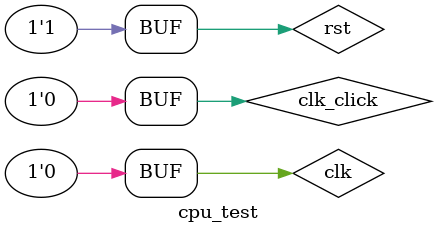
<source format=v>
`timescale 1ns / 1ps


module cpu_test;

	// Inputs
	reg clk;
	reg clk_click;
	reg rst;

	// Outputs
	wire [15:0] PC_out;
	wire [7:0] LED_out;
	wire [5:0] LED_ctrl;
	wire real_clk;
	wire [18:0] addr2sram;
	wire cs;
	wire we;
	wire oe;
	wire ub;
	wire lb;

	// Bidirs
	wire [15:0] data_sram;

	// Instantiate the Unit Under Test (UUT)
	CPU_MIPS uut (
		.PC_out(PC_out), 
		.LED_out(LED_out), 
		.LED_ctrl(LED_ctrl), 
		.clk(clk), 
		.clk_click(clk_click), 
		.rst(rst), 
		.real_clk(real_clk), 
		.data_sram(data_sram), 
		.addr2sram(addr2sram), 
		.cs(cs), 
		.we(we), 
		.oe(oe), 
		.ub(ub), 
		.lb(lb)
	);

	always begin
		clk = 1;
		#0.005;
		clk = 0;
		#0.005;
	end

	initial begin
		// Initialize Inputs
		clk = 0;
		clk_click = 0;
		rst = 0;
		#1;
		rst = 1;

		// Wait 100 ns for global reset to finish
		#100;
        
		// Add stimulus here

	end
      
endmodule


</source>
